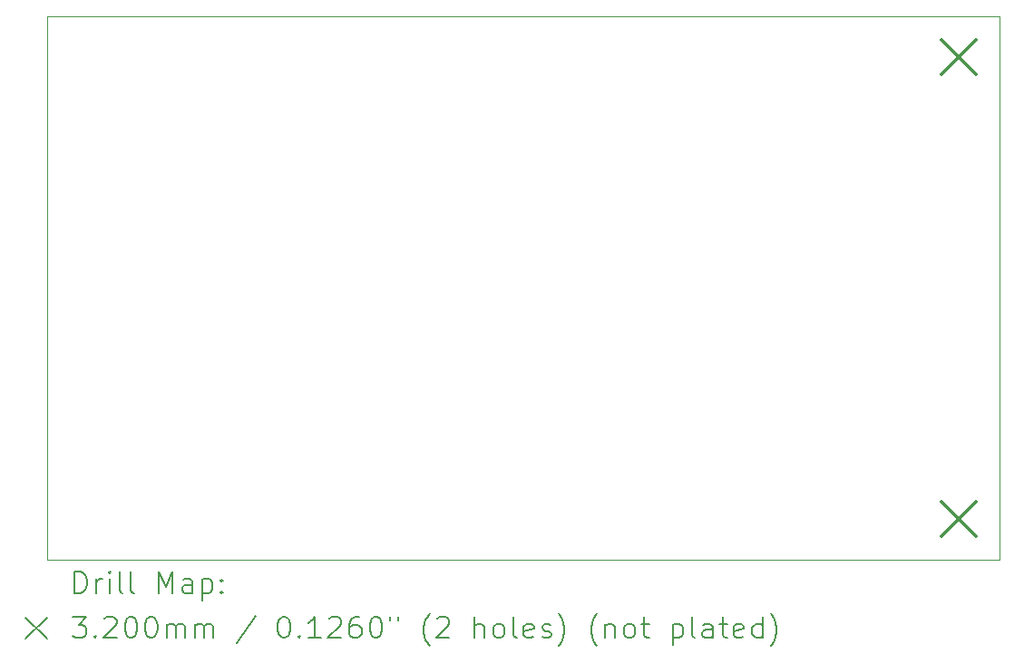
<source format=gbr>
%TF.GenerationSoftware,KiCad,Pcbnew,7.0.9*%
%TF.CreationDate,2024-03-05T18:50:15-08:00*%
%TF.ProjectId,SSM3582_v02,53534d33-3538-4325-9f76-30322e6b6963,rev?*%
%TF.SameCoordinates,Original*%
%TF.FileFunction,Drillmap*%
%TF.FilePolarity,Positive*%
%FSLAX45Y45*%
G04 Gerber Fmt 4.5, Leading zero omitted, Abs format (unit mm)*
G04 Created by KiCad (PCBNEW 7.0.9) date 2024-03-05 18:50:15*
%MOMM*%
%LPD*%
G01*
G04 APERTURE LIST*
%ADD10C,0.050000*%
%ADD11C,0.200000*%
%ADD12C,0.320000*%
G04 APERTURE END LIST*
D10*
X10477500Y-6731000D02*
X19367500Y-6731000D01*
X19367500Y-11811000D01*
X10477500Y-11811000D01*
X10477500Y-6731000D01*
D11*
D12*
X18826500Y-6952000D02*
X19146500Y-7272000D01*
X19146500Y-6952000D02*
X18826500Y-7272000D01*
X18826500Y-11270000D02*
X19146500Y-11590000D01*
X19146500Y-11270000D02*
X18826500Y-11590000D01*
D11*
X10735777Y-12124984D02*
X10735777Y-11924984D01*
X10735777Y-11924984D02*
X10783396Y-11924984D01*
X10783396Y-11924984D02*
X10811967Y-11934508D01*
X10811967Y-11934508D02*
X10831015Y-11953555D01*
X10831015Y-11953555D02*
X10840539Y-11972603D01*
X10840539Y-11972603D02*
X10850063Y-12010698D01*
X10850063Y-12010698D02*
X10850063Y-12039269D01*
X10850063Y-12039269D02*
X10840539Y-12077365D01*
X10840539Y-12077365D02*
X10831015Y-12096412D01*
X10831015Y-12096412D02*
X10811967Y-12115460D01*
X10811967Y-12115460D02*
X10783396Y-12124984D01*
X10783396Y-12124984D02*
X10735777Y-12124984D01*
X10935777Y-12124984D02*
X10935777Y-11991650D01*
X10935777Y-12029746D02*
X10945301Y-12010698D01*
X10945301Y-12010698D02*
X10954824Y-12001174D01*
X10954824Y-12001174D02*
X10973872Y-11991650D01*
X10973872Y-11991650D02*
X10992920Y-11991650D01*
X11059586Y-12124984D02*
X11059586Y-11991650D01*
X11059586Y-11924984D02*
X11050063Y-11934508D01*
X11050063Y-11934508D02*
X11059586Y-11944031D01*
X11059586Y-11944031D02*
X11069110Y-11934508D01*
X11069110Y-11934508D02*
X11059586Y-11924984D01*
X11059586Y-11924984D02*
X11059586Y-11944031D01*
X11183396Y-12124984D02*
X11164348Y-12115460D01*
X11164348Y-12115460D02*
X11154824Y-12096412D01*
X11154824Y-12096412D02*
X11154824Y-11924984D01*
X11288158Y-12124984D02*
X11269110Y-12115460D01*
X11269110Y-12115460D02*
X11259586Y-12096412D01*
X11259586Y-12096412D02*
X11259586Y-11924984D01*
X11516729Y-12124984D02*
X11516729Y-11924984D01*
X11516729Y-11924984D02*
X11583396Y-12067841D01*
X11583396Y-12067841D02*
X11650062Y-11924984D01*
X11650062Y-11924984D02*
X11650062Y-12124984D01*
X11831015Y-12124984D02*
X11831015Y-12020222D01*
X11831015Y-12020222D02*
X11821491Y-12001174D01*
X11821491Y-12001174D02*
X11802443Y-11991650D01*
X11802443Y-11991650D02*
X11764348Y-11991650D01*
X11764348Y-11991650D02*
X11745301Y-12001174D01*
X11831015Y-12115460D02*
X11811967Y-12124984D01*
X11811967Y-12124984D02*
X11764348Y-12124984D01*
X11764348Y-12124984D02*
X11745301Y-12115460D01*
X11745301Y-12115460D02*
X11735777Y-12096412D01*
X11735777Y-12096412D02*
X11735777Y-12077365D01*
X11735777Y-12077365D02*
X11745301Y-12058317D01*
X11745301Y-12058317D02*
X11764348Y-12048793D01*
X11764348Y-12048793D02*
X11811967Y-12048793D01*
X11811967Y-12048793D02*
X11831015Y-12039269D01*
X11926253Y-11991650D02*
X11926253Y-12191650D01*
X11926253Y-12001174D02*
X11945301Y-11991650D01*
X11945301Y-11991650D02*
X11983396Y-11991650D01*
X11983396Y-11991650D02*
X12002443Y-12001174D01*
X12002443Y-12001174D02*
X12011967Y-12010698D01*
X12011967Y-12010698D02*
X12021491Y-12029746D01*
X12021491Y-12029746D02*
X12021491Y-12086888D01*
X12021491Y-12086888D02*
X12011967Y-12105936D01*
X12011967Y-12105936D02*
X12002443Y-12115460D01*
X12002443Y-12115460D02*
X11983396Y-12124984D01*
X11983396Y-12124984D02*
X11945301Y-12124984D01*
X11945301Y-12124984D02*
X11926253Y-12115460D01*
X12107205Y-12105936D02*
X12116729Y-12115460D01*
X12116729Y-12115460D02*
X12107205Y-12124984D01*
X12107205Y-12124984D02*
X12097682Y-12115460D01*
X12097682Y-12115460D02*
X12107205Y-12105936D01*
X12107205Y-12105936D02*
X12107205Y-12124984D01*
X12107205Y-12001174D02*
X12116729Y-12010698D01*
X12116729Y-12010698D02*
X12107205Y-12020222D01*
X12107205Y-12020222D02*
X12097682Y-12010698D01*
X12097682Y-12010698D02*
X12107205Y-12001174D01*
X12107205Y-12001174D02*
X12107205Y-12020222D01*
X10275000Y-12353500D02*
X10475000Y-12553500D01*
X10475000Y-12353500D02*
X10275000Y-12553500D01*
X10716729Y-12344984D02*
X10840539Y-12344984D01*
X10840539Y-12344984D02*
X10773872Y-12421174D01*
X10773872Y-12421174D02*
X10802444Y-12421174D01*
X10802444Y-12421174D02*
X10821491Y-12430698D01*
X10821491Y-12430698D02*
X10831015Y-12440222D01*
X10831015Y-12440222D02*
X10840539Y-12459269D01*
X10840539Y-12459269D02*
X10840539Y-12506888D01*
X10840539Y-12506888D02*
X10831015Y-12525936D01*
X10831015Y-12525936D02*
X10821491Y-12535460D01*
X10821491Y-12535460D02*
X10802444Y-12544984D01*
X10802444Y-12544984D02*
X10745301Y-12544984D01*
X10745301Y-12544984D02*
X10726253Y-12535460D01*
X10726253Y-12535460D02*
X10716729Y-12525936D01*
X10926253Y-12525936D02*
X10935777Y-12535460D01*
X10935777Y-12535460D02*
X10926253Y-12544984D01*
X10926253Y-12544984D02*
X10916729Y-12535460D01*
X10916729Y-12535460D02*
X10926253Y-12525936D01*
X10926253Y-12525936D02*
X10926253Y-12544984D01*
X11011967Y-12364031D02*
X11021491Y-12354508D01*
X11021491Y-12354508D02*
X11040539Y-12344984D01*
X11040539Y-12344984D02*
X11088158Y-12344984D01*
X11088158Y-12344984D02*
X11107205Y-12354508D01*
X11107205Y-12354508D02*
X11116729Y-12364031D01*
X11116729Y-12364031D02*
X11126253Y-12383079D01*
X11126253Y-12383079D02*
X11126253Y-12402127D01*
X11126253Y-12402127D02*
X11116729Y-12430698D01*
X11116729Y-12430698D02*
X11002444Y-12544984D01*
X11002444Y-12544984D02*
X11126253Y-12544984D01*
X11250062Y-12344984D02*
X11269110Y-12344984D01*
X11269110Y-12344984D02*
X11288158Y-12354508D01*
X11288158Y-12354508D02*
X11297682Y-12364031D01*
X11297682Y-12364031D02*
X11307205Y-12383079D01*
X11307205Y-12383079D02*
X11316729Y-12421174D01*
X11316729Y-12421174D02*
X11316729Y-12468793D01*
X11316729Y-12468793D02*
X11307205Y-12506888D01*
X11307205Y-12506888D02*
X11297682Y-12525936D01*
X11297682Y-12525936D02*
X11288158Y-12535460D01*
X11288158Y-12535460D02*
X11269110Y-12544984D01*
X11269110Y-12544984D02*
X11250062Y-12544984D01*
X11250062Y-12544984D02*
X11231015Y-12535460D01*
X11231015Y-12535460D02*
X11221491Y-12525936D01*
X11221491Y-12525936D02*
X11211967Y-12506888D01*
X11211967Y-12506888D02*
X11202443Y-12468793D01*
X11202443Y-12468793D02*
X11202443Y-12421174D01*
X11202443Y-12421174D02*
X11211967Y-12383079D01*
X11211967Y-12383079D02*
X11221491Y-12364031D01*
X11221491Y-12364031D02*
X11231015Y-12354508D01*
X11231015Y-12354508D02*
X11250062Y-12344984D01*
X11440539Y-12344984D02*
X11459586Y-12344984D01*
X11459586Y-12344984D02*
X11478634Y-12354508D01*
X11478634Y-12354508D02*
X11488158Y-12364031D01*
X11488158Y-12364031D02*
X11497682Y-12383079D01*
X11497682Y-12383079D02*
X11507205Y-12421174D01*
X11507205Y-12421174D02*
X11507205Y-12468793D01*
X11507205Y-12468793D02*
X11497682Y-12506888D01*
X11497682Y-12506888D02*
X11488158Y-12525936D01*
X11488158Y-12525936D02*
X11478634Y-12535460D01*
X11478634Y-12535460D02*
X11459586Y-12544984D01*
X11459586Y-12544984D02*
X11440539Y-12544984D01*
X11440539Y-12544984D02*
X11421491Y-12535460D01*
X11421491Y-12535460D02*
X11411967Y-12525936D01*
X11411967Y-12525936D02*
X11402443Y-12506888D01*
X11402443Y-12506888D02*
X11392920Y-12468793D01*
X11392920Y-12468793D02*
X11392920Y-12421174D01*
X11392920Y-12421174D02*
X11402443Y-12383079D01*
X11402443Y-12383079D02*
X11411967Y-12364031D01*
X11411967Y-12364031D02*
X11421491Y-12354508D01*
X11421491Y-12354508D02*
X11440539Y-12344984D01*
X11592920Y-12544984D02*
X11592920Y-12411650D01*
X11592920Y-12430698D02*
X11602443Y-12421174D01*
X11602443Y-12421174D02*
X11621491Y-12411650D01*
X11621491Y-12411650D02*
X11650063Y-12411650D01*
X11650063Y-12411650D02*
X11669110Y-12421174D01*
X11669110Y-12421174D02*
X11678634Y-12440222D01*
X11678634Y-12440222D02*
X11678634Y-12544984D01*
X11678634Y-12440222D02*
X11688158Y-12421174D01*
X11688158Y-12421174D02*
X11707205Y-12411650D01*
X11707205Y-12411650D02*
X11735777Y-12411650D01*
X11735777Y-12411650D02*
X11754824Y-12421174D01*
X11754824Y-12421174D02*
X11764348Y-12440222D01*
X11764348Y-12440222D02*
X11764348Y-12544984D01*
X11859586Y-12544984D02*
X11859586Y-12411650D01*
X11859586Y-12430698D02*
X11869110Y-12421174D01*
X11869110Y-12421174D02*
X11888158Y-12411650D01*
X11888158Y-12411650D02*
X11916729Y-12411650D01*
X11916729Y-12411650D02*
X11935777Y-12421174D01*
X11935777Y-12421174D02*
X11945301Y-12440222D01*
X11945301Y-12440222D02*
X11945301Y-12544984D01*
X11945301Y-12440222D02*
X11954824Y-12421174D01*
X11954824Y-12421174D02*
X11973872Y-12411650D01*
X11973872Y-12411650D02*
X12002443Y-12411650D01*
X12002443Y-12411650D02*
X12021491Y-12421174D01*
X12021491Y-12421174D02*
X12031015Y-12440222D01*
X12031015Y-12440222D02*
X12031015Y-12544984D01*
X12421491Y-12335460D02*
X12250063Y-12592603D01*
X12678634Y-12344984D02*
X12697682Y-12344984D01*
X12697682Y-12344984D02*
X12716729Y-12354508D01*
X12716729Y-12354508D02*
X12726253Y-12364031D01*
X12726253Y-12364031D02*
X12735777Y-12383079D01*
X12735777Y-12383079D02*
X12745301Y-12421174D01*
X12745301Y-12421174D02*
X12745301Y-12468793D01*
X12745301Y-12468793D02*
X12735777Y-12506888D01*
X12735777Y-12506888D02*
X12726253Y-12525936D01*
X12726253Y-12525936D02*
X12716729Y-12535460D01*
X12716729Y-12535460D02*
X12697682Y-12544984D01*
X12697682Y-12544984D02*
X12678634Y-12544984D01*
X12678634Y-12544984D02*
X12659586Y-12535460D01*
X12659586Y-12535460D02*
X12650063Y-12525936D01*
X12650063Y-12525936D02*
X12640539Y-12506888D01*
X12640539Y-12506888D02*
X12631015Y-12468793D01*
X12631015Y-12468793D02*
X12631015Y-12421174D01*
X12631015Y-12421174D02*
X12640539Y-12383079D01*
X12640539Y-12383079D02*
X12650063Y-12364031D01*
X12650063Y-12364031D02*
X12659586Y-12354508D01*
X12659586Y-12354508D02*
X12678634Y-12344984D01*
X12831015Y-12525936D02*
X12840539Y-12535460D01*
X12840539Y-12535460D02*
X12831015Y-12544984D01*
X12831015Y-12544984D02*
X12821491Y-12535460D01*
X12821491Y-12535460D02*
X12831015Y-12525936D01*
X12831015Y-12525936D02*
X12831015Y-12544984D01*
X13031015Y-12544984D02*
X12916729Y-12544984D01*
X12973872Y-12544984D02*
X12973872Y-12344984D01*
X12973872Y-12344984D02*
X12954825Y-12373555D01*
X12954825Y-12373555D02*
X12935777Y-12392603D01*
X12935777Y-12392603D02*
X12916729Y-12402127D01*
X13107206Y-12364031D02*
X13116729Y-12354508D01*
X13116729Y-12354508D02*
X13135777Y-12344984D01*
X13135777Y-12344984D02*
X13183396Y-12344984D01*
X13183396Y-12344984D02*
X13202444Y-12354508D01*
X13202444Y-12354508D02*
X13211967Y-12364031D01*
X13211967Y-12364031D02*
X13221491Y-12383079D01*
X13221491Y-12383079D02*
X13221491Y-12402127D01*
X13221491Y-12402127D02*
X13211967Y-12430698D01*
X13211967Y-12430698D02*
X13097682Y-12544984D01*
X13097682Y-12544984D02*
X13221491Y-12544984D01*
X13392920Y-12344984D02*
X13354825Y-12344984D01*
X13354825Y-12344984D02*
X13335777Y-12354508D01*
X13335777Y-12354508D02*
X13326253Y-12364031D01*
X13326253Y-12364031D02*
X13307206Y-12392603D01*
X13307206Y-12392603D02*
X13297682Y-12430698D01*
X13297682Y-12430698D02*
X13297682Y-12506888D01*
X13297682Y-12506888D02*
X13307206Y-12525936D01*
X13307206Y-12525936D02*
X13316729Y-12535460D01*
X13316729Y-12535460D02*
X13335777Y-12544984D01*
X13335777Y-12544984D02*
X13373872Y-12544984D01*
X13373872Y-12544984D02*
X13392920Y-12535460D01*
X13392920Y-12535460D02*
X13402444Y-12525936D01*
X13402444Y-12525936D02*
X13411967Y-12506888D01*
X13411967Y-12506888D02*
X13411967Y-12459269D01*
X13411967Y-12459269D02*
X13402444Y-12440222D01*
X13402444Y-12440222D02*
X13392920Y-12430698D01*
X13392920Y-12430698D02*
X13373872Y-12421174D01*
X13373872Y-12421174D02*
X13335777Y-12421174D01*
X13335777Y-12421174D02*
X13316729Y-12430698D01*
X13316729Y-12430698D02*
X13307206Y-12440222D01*
X13307206Y-12440222D02*
X13297682Y-12459269D01*
X13535777Y-12344984D02*
X13554825Y-12344984D01*
X13554825Y-12344984D02*
X13573872Y-12354508D01*
X13573872Y-12354508D02*
X13583396Y-12364031D01*
X13583396Y-12364031D02*
X13592920Y-12383079D01*
X13592920Y-12383079D02*
X13602444Y-12421174D01*
X13602444Y-12421174D02*
X13602444Y-12468793D01*
X13602444Y-12468793D02*
X13592920Y-12506888D01*
X13592920Y-12506888D02*
X13583396Y-12525936D01*
X13583396Y-12525936D02*
X13573872Y-12535460D01*
X13573872Y-12535460D02*
X13554825Y-12544984D01*
X13554825Y-12544984D02*
X13535777Y-12544984D01*
X13535777Y-12544984D02*
X13516729Y-12535460D01*
X13516729Y-12535460D02*
X13507206Y-12525936D01*
X13507206Y-12525936D02*
X13497682Y-12506888D01*
X13497682Y-12506888D02*
X13488158Y-12468793D01*
X13488158Y-12468793D02*
X13488158Y-12421174D01*
X13488158Y-12421174D02*
X13497682Y-12383079D01*
X13497682Y-12383079D02*
X13507206Y-12364031D01*
X13507206Y-12364031D02*
X13516729Y-12354508D01*
X13516729Y-12354508D02*
X13535777Y-12344984D01*
X13678634Y-12344984D02*
X13678634Y-12383079D01*
X13754825Y-12344984D02*
X13754825Y-12383079D01*
X14050063Y-12621174D02*
X14040539Y-12611650D01*
X14040539Y-12611650D02*
X14021491Y-12583079D01*
X14021491Y-12583079D02*
X14011968Y-12564031D01*
X14011968Y-12564031D02*
X14002444Y-12535460D01*
X14002444Y-12535460D02*
X13992920Y-12487841D01*
X13992920Y-12487841D02*
X13992920Y-12449746D01*
X13992920Y-12449746D02*
X14002444Y-12402127D01*
X14002444Y-12402127D02*
X14011968Y-12373555D01*
X14011968Y-12373555D02*
X14021491Y-12354508D01*
X14021491Y-12354508D02*
X14040539Y-12325936D01*
X14040539Y-12325936D02*
X14050063Y-12316412D01*
X14116729Y-12364031D02*
X14126253Y-12354508D01*
X14126253Y-12354508D02*
X14145301Y-12344984D01*
X14145301Y-12344984D02*
X14192920Y-12344984D01*
X14192920Y-12344984D02*
X14211968Y-12354508D01*
X14211968Y-12354508D02*
X14221491Y-12364031D01*
X14221491Y-12364031D02*
X14231015Y-12383079D01*
X14231015Y-12383079D02*
X14231015Y-12402127D01*
X14231015Y-12402127D02*
X14221491Y-12430698D01*
X14221491Y-12430698D02*
X14107206Y-12544984D01*
X14107206Y-12544984D02*
X14231015Y-12544984D01*
X14469110Y-12544984D02*
X14469110Y-12344984D01*
X14554825Y-12544984D02*
X14554825Y-12440222D01*
X14554825Y-12440222D02*
X14545301Y-12421174D01*
X14545301Y-12421174D02*
X14526253Y-12411650D01*
X14526253Y-12411650D02*
X14497682Y-12411650D01*
X14497682Y-12411650D02*
X14478634Y-12421174D01*
X14478634Y-12421174D02*
X14469110Y-12430698D01*
X14678634Y-12544984D02*
X14659587Y-12535460D01*
X14659587Y-12535460D02*
X14650063Y-12525936D01*
X14650063Y-12525936D02*
X14640539Y-12506888D01*
X14640539Y-12506888D02*
X14640539Y-12449746D01*
X14640539Y-12449746D02*
X14650063Y-12430698D01*
X14650063Y-12430698D02*
X14659587Y-12421174D01*
X14659587Y-12421174D02*
X14678634Y-12411650D01*
X14678634Y-12411650D02*
X14707206Y-12411650D01*
X14707206Y-12411650D02*
X14726253Y-12421174D01*
X14726253Y-12421174D02*
X14735777Y-12430698D01*
X14735777Y-12430698D02*
X14745301Y-12449746D01*
X14745301Y-12449746D02*
X14745301Y-12506888D01*
X14745301Y-12506888D02*
X14735777Y-12525936D01*
X14735777Y-12525936D02*
X14726253Y-12535460D01*
X14726253Y-12535460D02*
X14707206Y-12544984D01*
X14707206Y-12544984D02*
X14678634Y-12544984D01*
X14859587Y-12544984D02*
X14840539Y-12535460D01*
X14840539Y-12535460D02*
X14831015Y-12516412D01*
X14831015Y-12516412D02*
X14831015Y-12344984D01*
X15011968Y-12535460D02*
X14992920Y-12544984D01*
X14992920Y-12544984D02*
X14954825Y-12544984D01*
X14954825Y-12544984D02*
X14935777Y-12535460D01*
X14935777Y-12535460D02*
X14926253Y-12516412D01*
X14926253Y-12516412D02*
X14926253Y-12440222D01*
X14926253Y-12440222D02*
X14935777Y-12421174D01*
X14935777Y-12421174D02*
X14954825Y-12411650D01*
X14954825Y-12411650D02*
X14992920Y-12411650D01*
X14992920Y-12411650D02*
X15011968Y-12421174D01*
X15011968Y-12421174D02*
X15021491Y-12440222D01*
X15021491Y-12440222D02*
X15021491Y-12459269D01*
X15021491Y-12459269D02*
X14926253Y-12478317D01*
X15097682Y-12535460D02*
X15116730Y-12544984D01*
X15116730Y-12544984D02*
X15154825Y-12544984D01*
X15154825Y-12544984D02*
X15173872Y-12535460D01*
X15173872Y-12535460D02*
X15183396Y-12516412D01*
X15183396Y-12516412D02*
X15183396Y-12506888D01*
X15183396Y-12506888D02*
X15173872Y-12487841D01*
X15173872Y-12487841D02*
X15154825Y-12478317D01*
X15154825Y-12478317D02*
X15126253Y-12478317D01*
X15126253Y-12478317D02*
X15107206Y-12468793D01*
X15107206Y-12468793D02*
X15097682Y-12449746D01*
X15097682Y-12449746D02*
X15097682Y-12440222D01*
X15097682Y-12440222D02*
X15107206Y-12421174D01*
X15107206Y-12421174D02*
X15126253Y-12411650D01*
X15126253Y-12411650D02*
X15154825Y-12411650D01*
X15154825Y-12411650D02*
X15173872Y-12421174D01*
X15250063Y-12621174D02*
X15259587Y-12611650D01*
X15259587Y-12611650D02*
X15278634Y-12583079D01*
X15278634Y-12583079D02*
X15288158Y-12564031D01*
X15288158Y-12564031D02*
X15297682Y-12535460D01*
X15297682Y-12535460D02*
X15307206Y-12487841D01*
X15307206Y-12487841D02*
X15307206Y-12449746D01*
X15307206Y-12449746D02*
X15297682Y-12402127D01*
X15297682Y-12402127D02*
X15288158Y-12373555D01*
X15288158Y-12373555D02*
X15278634Y-12354508D01*
X15278634Y-12354508D02*
X15259587Y-12325936D01*
X15259587Y-12325936D02*
X15250063Y-12316412D01*
X15611968Y-12621174D02*
X15602444Y-12611650D01*
X15602444Y-12611650D02*
X15583396Y-12583079D01*
X15583396Y-12583079D02*
X15573872Y-12564031D01*
X15573872Y-12564031D02*
X15564349Y-12535460D01*
X15564349Y-12535460D02*
X15554825Y-12487841D01*
X15554825Y-12487841D02*
X15554825Y-12449746D01*
X15554825Y-12449746D02*
X15564349Y-12402127D01*
X15564349Y-12402127D02*
X15573872Y-12373555D01*
X15573872Y-12373555D02*
X15583396Y-12354508D01*
X15583396Y-12354508D02*
X15602444Y-12325936D01*
X15602444Y-12325936D02*
X15611968Y-12316412D01*
X15688158Y-12411650D02*
X15688158Y-12544984D01*
X15688158Y-12430698D02*
X15697682Y-12421174D01*
X15697682Y-12421174D02*
X15716730Y-12411650D01*
X15716730Y-12411650D02*
X15745301Y-12411650D01*
X15745301Y-12411650D02*
X15764349Y-12421174D01*
X15764349Y-12421174D02*
X15773872Y-12440222D01*
X15773872Y-12440222D02*
X15773872Y-12544984D01*
X15897682Y-12544984D02*
X15878634Y-12535460D01*
X15878634Y-12535460D02*
X15869111Y-12525936D01*
X15869111Y-12525936D02*
X15859587Y-12506888D01*
X15859587Y-12506888D02*
X15859587Y-12449746D01*
X15859587Y-12449746D02*
X15869111Y-12430698D01*
X15869111Y-12430698D02*
X15878634Y-12421174D01*
X15878634Y-12421174D02*
X15897682Y-12411650D01*
X15897682Y-12411650D02*
X15926253Y-12411650D01*
X15926253Y-12411650D02*
X15945301Y-12421174D01*
X15945301Y-12421174D02*
X15954825Y-12430698D01*
X15954825Y-12430698D02*
X15964349Y-12449746D01*
X15964349Y-12449746D02*
X15964349Y-12506888D01*
X15964349Y-12506888D02*
X15954825Y-12525936D01*
X15954825Y-12525936D02*
X15945301Y-12535460D01*
X15945301Y-12535460D02*
X15926253Y-12544984D01*
X15926253Y-12544984D02*
X15897682Y-12544984D01*
X16021492Y-12411650D02*
X16097682Y-12411650D01*
X16050063Y-12344984D02*
X16050063Y-12516412D01*
X16050063Y-12516412D02*
X16059587Y-12535460D01*
X16059587Y-12535460D02*
X16078634Y-12544984D01*
X16078634Y-12544984D02*
X16097682Y-12544984D01*
X16316730Y-12411650D02*
X16316730Y-12611650D01*
X16316730Y-12421174D02*
X16335777Y-12411650D01*
X16335777Y-12411650D02*
X16373873Y-12411650D01*
X16373873Y-12411650D02*
X16392920Y-12421174D01*
X16392920Y-12421174D02*
X16402444Y-12430698D01*
X16402444Y-12430698D02*
X16411968Y-12449746D01*
X16411968Y-12449746D02*
X16411968Y-12506888D01*
X16411968Y-12506888D02*
X16402444Y-12525936D01*
X16402444Y-12525936D02*
X16392920Y-12535460D01*
X16392920Y-12535460D02*
X16373873Y-12544984D01*
X16373873Y-12544984D02*
X16335777Y-12544984D01*
X16335777Y-12544984D02*
X16316730Y-12535460D01*
X16526253Y-12544984D02*
X16507206Y-12535460D01*
X16507206Y-12535460D02*
X16497682Y-12516412D01*
X16497682Y-12516412D02*
X16497682Y-12344984D01*
X16688158Y-12544984D02*
X16688158Y-12440222D01*
X16688158Y-12440222D02*
X16678634Y-12421174D01*
X16678634Y-12421174D02*
X16659587Y-12411650D01*
X16659587Y-12411650D02*
X16621492Y-12411650D01*
X16621492Y-12411650D02*
X16602444Y-12421174D01*
X16688158Y-12535460D02*
X16669111Y-12544984D01*
X16669111Y-12544984D02*
X16621492Y-12544984D01*
X16621492Y-12544984D02*
X16602444Y-12535460D01*
X16602444Y-12535460D02*
X16592920Y-12516412D01*
X16592920Y-12516412D02*
X16592920Y-12497365D01*
X16592920Y-12497365D02*
X16602444Y-12478317D01*
X16602444Y-12478317D02*
X16621492Y-12468793D01*
X16621492Y-12468793D02*
X16669111Y-12468793D01*
X16669111Y-12468793D02*
X16688158Y-12459269D01*
X16754825Y-12411650D02*
X16831015Y-12411650D01*
X16783396Y-12344984D02*
X16783396Y-12516412D01*
X16783396Y-12516412D02*
X16792920Y-12535460D01*
X16792920Y-12535460D02*
X16811968Y-12544984D01*
X16811968Y-12544984D02*
X16831015Y-12544984D01*
X16973873Y-12535460D02*
X16954825Y-12544984D01*
X16954825Y-12544984D02*
X16916730Y-12544984D01*
X16916730Y-12544984D02*
X16897682Y-12535460D01*
X16897682Y-12535460D02*
X16888158Y-12516412D01*
X16888158Y-12516412D02*
X16888158Y-12440222D01*
X16888158Y-12440222D02*
X16897682Y-12421174D01*
X16897682Y-12421174D02*
X16916730Y-12411650D01*
X16916730Y-12411650D02*
X16954825Y-12411650D01*
X16954825Y-12411650D02*
X16973873Y-12421174D01*
X16973873Y-12421174D02*
X16983396Y-12440222D01*
X16983396Y-12440222D02*
X16983396Y-12459269D01*
X16983396Y-12459269D02*
X16888158Y-12478317D01*
X17154825Y-12544984D02*
X17154825Y-12344984D01*
X17154825Y-12535460D02*
X17135777Y-12544984D01*
X17135777Y-12544984D02*
X17097682Y-12544984D01*
X17097682Y-12544984D02*
X17078635Y-12535460D01*
X17078635Y-12535460D02*
X17069111Y-12525936D01*
X17069111Y-12525936D02*
X17059587Y-12506888D01*
X17059587Y-12506888D02*
X17059587Y-12449746D01*
X17059587Y-12449746D02*
X17069111Y-12430698D01*
X17069111Y-12430698D02*
X17078635Y-12421174D01*
X17078635Y-12421174D02*
X17097682Y-12411650D01*
X17097682Y-12411650D02*
X17135777Y-12411650D01*
X17135777Y-12411650D02*
X17154825Y-12421174D01*
X17231016Y-12621174D02*
X17240539Y-12611650D01*
X17240539Y-12611650D02*
X17259587Y-12583079D01*
X17259587Y-12583079D02*
X17269111Y-12564031D01*
X17269111Y-12564031D02*
X17278635Y-12535460D01*
X17278635Y-12535460D02*
X17288158Y-12487841D01*
X17288158Y-12487841D02*
X17288158Y-12449746D01*
X17288158Y-12449746D02*
X17278635Y-12402127D01*
X17278635Y-12402127D02*
X17269111Y-12373555D01*
X17269111Y-12373555D02*
X17259587Y-12354508D01*
X17259587Y-12354508D02*
X17240539Y-12325936D01*
X17240539Y-12325936D02*
X17231016Y-12316412D01*
M02*

</source>
